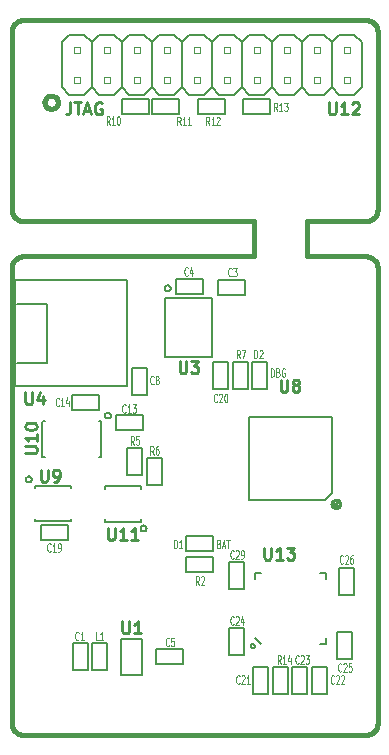
<source format=gto>
G04 (created by PCBNEW-RS274X (2011-05-25)-stable) date Thu 04 Jul 2013 09:49:36 BST*
G01*
G70*
G90*
%MOIN*%
G04 Gerber Fmt 3.4, Leading zero omitted, Abs format*
%FSLAX34Y34*%
G04 APERTURE LIST*
%ADD10C,0.006000*%
%ADD11C,0.015000*%
%ADD12C,0.005000*%
%ADD13C,0.008000*%
%ADD14C,0.002600*%
%ADD15C,0.010000*%
%ADD16C,0.004500*%
G04 APERTURE END LIST*
G54D10*
G54D11*
X53509Y-27933D02*
X53504Y-27976D01*
X53492Y-28017D01*
X53471Y-28055D01*
X53444Y-28089D01*
X53411Y-28117D01*
X53373Y-28137D01*
X53331Y-28150D01*
X53288Y-28154D01*
X53246Y-28151D01*
X53204Y-28138D01*
X53166Y-28118D01*
X53132Y-28091D01*
X53104Y-28058D01*
X53083Y-28020D01*
X53070Y-27979D01*
X53066Y-27936D01*
X53069Y-27893D01*
X53081Y-27852D01*
X53101Y-27813D01*
X53128Y-27779D01*
X53161Y-27751D01*
X53199Y-27730D01*
X53240Y-27717D01*
X53283Y-27712D01*
X53325Y-27715D01*
X53367Y-27727D01*
X53405Y-27746D01*
X53440Y-27773D01*
X53468Y-27806D01*
X53489Y-27843D01*
X53503Y-27884D01*
X53508Y-27927D01*
X53509Y-27933D01*
X51968Y-48425D02*
X51968Y-48622D01*
X64173Y-48425D02*
X64173Y-48622D01*
X61810Y-31890D02*
X61810Y-33071D01*
X60039Y-31890D02*
X60039Y-33071D01*
X52362Y-25197D02*
X52328Y-25199D01*
X52294Y-25203D01*
X52261Y-25211D01*
X52228Y-25221D01*
X52196Y-25234D01*
X52166Y-25250D01*
X52137Y-25269D01*
X52109Y-25290D01*
X52084Y-25313D01*
X52061Y-25338D01*
X52040Y-25366D01*
X52021Y-25395D01*
X52005Y-25425D01*
X51992Y-25457D01*
X51982Y-25490D01*
X51974Y-25523D01*
X51970Y-25557D01*
X51968Y-25591D01*
X64173Y-25591D02*
X64171Y-25557D01*
X64167Y-25523D01*
X64159Y-25490D01*
X64149Y-25457D01*
X64136Y-25425D01*
X64120Y-25395D01*
X64101Y-25366D01*
X64080Y-25338D01*
X64057Y-25313D01*
X64032Y-25290D01*
X64004Y-25269D01*
X63976Y-25250D01*
X63945Y-25234D01*
X63913Y-25221D01*
X63880Y-25211D01*
X63847Y-25203D01*
X63813Y-25199D01*
X63779Y-25197D01*
X63779Y-31890D02*
X63813Y-31888D01*
X63847Y-31884D01*
X63880Y-31876D01*
X63913Y-31866D01*
X63945Y-31853D01*
X63976Y-31837D01*
X64004Y-31818D01*
X64032Y-31797D01*
X64057Y-31774D01*
X64080Y-31749D01*
X64101Y-31721D01*
X64120Y-31692D01*
X64136Y-31662D01*
X64149Y-31630D01*
X64159Y-31597D01*
X64167Y-31564D01*
X64171Y-31530D01*
X64173Y-31496D01*
X51968Y-31496D02*
X51970Y-31530D01*
X51974Y-31564D01*
X51982Y-31597D01*
X51992Y-31630D01*
X52005Y-31662D01*
X52021Y-31692D01*
X52040Y-31721D01*
X52061Y-31749D01*
X52084Y-31774D01*
X52109Y-31797D01*
X52137Y-31818D01*
X52166Y-31837D01*
X52196Y-31853D01*
X52228Y-31866D01*
X52261Y-31876D01*
X52294Y-31884D01*
X52328Y-31888D01*
X52362Y-31890D01*
X52362Y-33071D02*
X52328Y-33073D01*
X52294Y-33077D01*
X52261Y-33085D01*
X52228Y-33095D01*
X52196Y-33108D01*
X52166Y-33124D01*
X52137Y-33143D01*
X52109Y-33164D01*
X52084Y-33187D01*
X52061Y-33212D01*
X52040Y-33240D01*
X52021Y-33269D01*
X52005Y-33299D01*
X51992Y-33331D01*
X51982Y-33364D01*
X51974Y-33397D01*
X51970Y-33431D01*
X51968Y-33465D01*
X64173Y-33465D02*
X64171Y-33431D01*
X64167Y-33397D01*
X64159Y-33364D01*
X64149Y-33331D01*
X64136Y-33299D01*
X64120Y-33269D01*
X64101Y-33240D01*
X64080Y-33212D01*
X64057Y-33187D01*
X64032Y-33164D01*
X64004Y-33143D01*
X63976Y-33124D01*
X63945Y-33108D01*
X63913Y-33095D01*
X63880Y-33085D01*
X63847Y-33077D01*
X63813Y-33073D01*
X63779Y-33071D01*
X63779Y-49016D02*
X63813Y-49014D01*
X63847Y-49010D01*
X63880Y-49002D01*
X63913Y-48992D01*
X63945Y-48979D01*
X63976Y-48963D01*
X64004Y-48944D01*
X64032Y-48923D01*
X64057Y-48900D01*
X64080Y-48875D01*
X64101Y-48847D01*
X64120Y-48818D01*
X64136Y-48788D01*
X64149Y-48756D01*
X64159Y-48723D01*
X64167Y-48690D01*
X64171Y-48656D01*
X64173Y-48622D01*
X51968Y-48622D02*
X51970Y-48656D01*
X51974Y-48690D01*
X51982Y-48723D01*
X51992Y-48756D01*
X52005Y-48788D01*
X52021Y-48818D01*
X52040Y-48847D01*
X52061Y-48875D01*
X52084Y-48900D01*
X52109Y-48923D01*
X52137Y-48944D01*
X52166Y-48963D01*
X52196Y-48979D01*
X52228Y-48992D01*
X52261Y-49002D01*
X52294Y-49010D01*
X52328Y-49014D01*
X52362Y-49016D01*
X64173Y-31496D02*
X64173Y-25591D01*
X52362Y-25197D02*
X63779Y-25197D01*
X51968Y-31496D02*
X51968Y-25591D01*
X61810Y-31890D02*
X63779Y-31890D01*
X60039Y-31890D02*
X52362Y-31890D01*
X61810Y-33071D02*
X63779Y-33071D01*
X52362Y-33071D02*
X60039Y-33071D01*
X51968Y-48425D02*
X51968Y-33465D01*
X64173Y-48425D02*
X64173Y-33465D01*
X52362Y-49016D02*
X63779Y-49016D01*
G54D12*
X55614Y-45817D02*
X56314Y-45817D01*
X56314Y-45817D02*
X56314Y-47017D01*
X56314Y-47017D02*
X55614Y-47017D01*
X55614Y-47017D02*
X55614Y-45817D01*
X59336Y-37497D02*
X59336Y-36597D01*
X59336Y-36597D02*
X59836Y-36597D01*
X59836Y-36597D02*
X59836Y-37497D01*
X59836Y-37497D02*
X59336Y-37497D01*
X59986Y-37497D02*
X59986Y-36597D01*
X59986Y-36597D02*
X60486Y-36597D01*
X60486Y-36597D02*
X60486Y-37497D01*
X60486Y-37497D02*
X59986Y-37497D01*
X54651Y-46867D02*
X54651Y-45967D01*
X54651Y-45967D02*
X55151Y-45967D01*
X55151Y-45967D02*
X55151Y-46867D01*
X55151Y-46867D02*
X54651Y-46867D01*
X58698Y-43596D02*
X57798Y-43596D01*
X57798Y-43596D02*
X57798Y-43096D01*
X57798Y-43096D02*
X58698Y-43096D01*
X58698Y-43096D02*
X58698Y-43596D01*
X56312Y-39452D02*
X56312Y-40352D01*
X56312Y-40352D02*
X55812Y-40352D01*
X55812Y-40352D02*
X55812Y-39452D01*
X55812Y-39452D02*
X56312Y-39452D01*
X56982Y-39786D02*
X56982Y-40686D01*
X56982Y-40686D02*
X56482Y-40686D01*
X56482Y-40686D02*
X56482Y-39786D01*
X56482Y-39786D02*
X56982Y-39786D01*
X54501Y-45967D02*
X54501Y-46867D01*
X54501Y-46867D02*
X54001Y-46867D01*
X54001Y-46867D02*
X54001Y-45967D01*
X54001Y-45967D02*
X54501Y-45967D01*
X56539Y-28324D02*
X55639Y-28324D01*
X55639Y-28324D02*
X55639Y-27824D01*
X55639Y-27824D02*
X56539Y-27824D01*
X56539Y-27824D02*
X56539Y-28324D01*
X57539Y-28324D02*
X56639Y-28324D01*
X56639Y-28324D02*
X56639Y-27824D01*
X56639Y-27824D02*
X57539Y-27824D01*
X57539Y-27824D02*
X57539Y-28324D01*
X58189Y-27824D02*
X59089Y-27824D01*
X59089Y-27824D02*
X59089Y-28324D01*
X59089Y-28324D02*
X58189Y-28324D01*
X58189Y-28324D02*
X58189Y-27824D01*
X60589Y-28324D02*
X59689Y-28324D01*
X59689Y-28324D02*
X59689Y-27824D01*
X59689Y-27824D02*
X60589Y-27824D01*
X60589Y-27824D02*
X60589Y-28324D01*
X60679Y-47650D02*
X60679Y-46750D01*
X60679Y-46750D02*
X61179Y-46750D01*
X61179Y-46750D02*
X61179Y-47650D01*
X61179Y-47650D02*
X60679Y-47650D01*
X57798Y-42407D02*
X58698Y-42407D01*
X58698Y-42407D02*
X58698Y-42907D01*
X58698Y-42907D02*
X57798Y-42907D01*
X57798Y-42907D02*
X57798Y-42407D01*
X58860Y-33844D02*
X59760Y-33844D01*
X59760Y-33844D02*
X59760Y-34344D01*
X59760Y-34344D02*
X58860Y-34344D01*
X58860Y-34344D02*
X58860Y-33844D01*
X58343Y-34325D02*
X57443Y-34325D01*
X57443Y-34325D02*
X57443Y-33825D01*
X57443Y-33825D02*
X58343Y-33825D01*
X58343Y-33825D02*
X58343Y-34325D01*
X57694Y-46667D02*
X56794Y-46667D01*
X56794Y-46667D02*
X56794Y-46167D01*
X56794Y-46167D02*
X57694Y-46167D01*
X57694Y-46167D02*
X57694Y-46667D01*
X56470Y-36774D02*
X56470Y-37674D01*
X56470Y-37674D02*
X55970Y-37674D01*
X55970Y-37674D02*
X55970Y-36774D01*
X55970Y-36774D02*
X56470Y-36774D01*
X53835Y-42533D02*
X52935Y-42533D01*
X52935Y-42533D02*
X52935Y-42033D01*
X52935Y-42033D02*
X53835Y-42033D01*
X53835Y-42033D02*
X53835Y-42533D01*
X58686Y-37497D02*
X58686Y-36597D01*
X58686Y-36597D02*
X59186Y-36597D01*
X59186Y-36597D02*
X59186Y-37497D01*
X59186Y-37497D02*
X58686Y-37497D01*
X60029Y-47650D02*
X60029Y-46750D01*
X60029Y-46750D02*
X60529Y-46750D01*
X60529Y-46750D02*
X60529Y-47650D01*
X60529Y-47650D02*
X60029Y-47650D01*
X62479Y-46750D02*
X62479Y-47650D01*
X62479Y-47650D02*
X61979Y-47650D01*
X61979Y-47650D02*
X61979Y-46750D01*
X61979Y-46750D02*
X62479Y-46750D01*
X61329Y-47650D02*
X61329Y-46750D01*
X61329Y-46750D02*
X61829Y-46750D01*
X61829Y-46750D02*
X61829Y-47650D01*
X61829Y-47650D02*
X61329Y-47650D01*
X59729Y-45450D02*
X59729Y-46350D01*
X59729Y-46350D02*
X59229Y-46350D01*
X59229Y-46350D02*
X59229Y-45450D01*
X59229Y-45450D02*
X59729Y-45450D01*
X63329Y-45600D02*
X63329Y-46500D01*
X63329Y-46500D02*
X62829Y-46500D01*
X62829Y-46500D02*
X62829Y-45600D01*
X62829Y-45600D02*
X63329Y-45600D01*
X62879Y-44350D02*
X62879Y-43450D01*
X62879Y-43450D02*
X63379Y-43450D01*
X63379Y-43450D02*
X63379Y-44350D01*
X63379Y-44350D02*
X62879Y-44350D01*
X59229Y-44150D02*
X59229Y-43250D01*
X59229Y-43250D02*
X59729Y-43250D01*
X59729Y-43250D02*
X59729Y-44150D01*
X59729Y-44150D02*
X59229Y-44150D01*
G54D13*
X62956Y-41338D02*
X62952Y-41369D01*
X62943Y-41399D01*
X62928Y-41427D01*
X62908Y-41452D01*
X62884Y-41472D01*
X62856Y-41487D01*
X62826Y-41496D01*
X62795Y-41499D01*
X62764Y-41497D01*
X62734Y-41488D01*
X62706Y-41473D01*
X62681Y-41453D01*
X62661Y-41429D01*
X62646Y-41401D01*
X62636Y-41371D01*
X62633Y-41340D01*
X62635Y-41309D01*
X62644Y-41279D01*
X62658Y-41251D01*
X62678Y-41226D01*
X62702Y-41205D01*
X62730Y-41190D01*
X62760Y-41180D01*
X62791Y-41177D01*
X62822Y-41179D01*
X62852Y-41187D01*
X62880Y-41202D01*
X62905Y-41221D01*
X62926Y-41245D01*
X62941Y-41273D01*
X62951Y-41303D01*
X62955Y-41334D01*
X62956Y-41338D01*
X62833Y-41338D02*
X62832Y-41345D01*
X62830Y-41352D01*
X62826Y-41359D01*
X62821Y-41365D01*
X62815Y-41370D01*
X62809Y-41373D01*
X62801Y-41376D01*
X62794Y-41376D01*
X62787Y-41376D01*
X62780Y-41374D01*
X62773Y-41370D01*
X62767Y-41365D01*
X62762Y-41360D01*
X62759Y-41353D01*
X62756Y-41346D01*
X62756Y-41338D01*
X62756Y-41331D01*
X62758Y-41324D01*
X62762Y-41317D01*
X62766Y-41311D01*
X62772Y-41306D01*
X62779Y-41303D01*
X62786Y-41300D01*
X62794Y-41300D01*
X62800Y-41300D01*
X62808Y-41302D01*
X62814Y-41306D01*
X62820Y-41310D01*
X62825Y-41316D01*
X62829Y-41323D01*
X62832Y-41330D01*
X62832Y-41337D01*
X62833Y-41338D01*
X62905Y-41338D02*
X62902Y-41359D01*
X62896Y-41380D01*
X62886Y-41399D01*
X62872Y-41416D01*
X62856Y-41430D01*
X62837Y-41440D01*
X62816Y-41446D01*
X62794Y-41448D01*
X62774Y-41447D01*
X62753Y-41440D01*
X62734Y-41430D01*
X62717Y-41417D01*
X62703Y-41400D01*
X62692Y-41381D01*
X62686Y-41361D01*
X62684Y-41339D01*
X62685Y-41318D01*
X62691Y-41298D01*
X62701Y-41278D01*
X62715Y-41261D01*
X62731Y-41247D01*
X62750Y-41237D01*
X62771Y-41230D01*
X62792Y-41228D01*
X62813Y-41229D01*
X62834Y-41235D01*
X62853Y-41245D01*
X62870Y-41258D01*
X62884Y-41275D01*
X62895Y-41293D01*
X62902Y-41314D01*
X62904Y-41335D01*
X62905Y-41338D01*
X62401Y-41181D02*
X59881Y-41181D01*
X59881Y-41181D02*
X59881Y-38425D01*
X59881Y-38425D02*
X62637Y-38425D01*
X62637Y-38425D02*
X62637Y-40945D01*
X62401Y-41181D02*
X62637Y-40945D01*
X60079Y-46053D02*
X60077Y-46066D01*
X60073Y-46079D01*
X60067Y-46091D01*
X60058Y-46102D01*
X60048Y-46111D01*
X60036Y-46117D01*
X60023Y-46121D01*
X60009Y-46122D01*
X59996Y-46121D01*
X59983Y-46117D01*
X59971Y-46111D01*
X59961Y-46103D01*
X59952Y-46092D01*
X59945Y-46080D01*
X59941Y-46067D01*
X59940Y-46053D01*
X59941Y-46041D01*
X59944Y-46028D01*
X59951Y-46016D01*
X59959Y-46005D01*
X59970Y-45996D01*
X59981Y-45989D01*
X59994Y-45985D01*
X60008Y-45984D01*
X60021Y-45985D01*
X60034Y-45988D01*
X60046Y-45994D01*
X60057Y-46003D01*
X60066Y-46013D01*
X60072Y-46025D01*
X60077Y-46038D01*
X60078Y-46052D01*
X60079Y-46053D01*
X60275Y-45984D02*
X60078Y-45787D01*
X62440Y-45787D02*
X62440Y-45984D01*
X62440Y-45984D02*
X62243Y-45984D01*
X62440Y-43819D02*
X62440Y-43622D01*
X62440Y-43622D02*
X62243Y-43622D01*
X60275Y-43622D02*
X60078Y-43622D01*
X60078Y-43622D02*
X60078Y-43819D01*
G54D12*
X57273Y-34133D02*
X57271Y-34152D01*
X57265Y-34171D01*
X57256Y-34188D01*
X57243Y-34203D01*
X57228Y-34215D01*
X57211Y-34225D01*
X57193Y-34230D01*
X57173Y-34232D01*
X57155Y-34231D01*
X57136Y-34225D01*
X57119Y-34216D01*
X57104Y-34204D01*
X57091Y-34189D01*
X57082Y-34172D01*
X57076Y-34153D01*
X57074Y-34134D01*
X57075Y-34115D01*
X57081Y-34097D01*
X57089Y-34079D01*
X57102Y-34064D01*
X57116Y-34051D01*
X57133Y-34042D01*
X57152Y-34036D01*
X57171Y-34034D01*
X57190Y-34035D01*
X57209Y-34040D01*
X57226Y-34049D01*
X57241Y-34061D01*
X57254Y-34076D01*
X57264Y-34093D01*
X57270Y-34111D01*
X57272Y-34131D01*
X57273Y-34133D01*
G54D10*
X58660Y-36417D02*
X58660Y-34449D01*
X58660Y-34449D02*
X57086Y-34449D01*
X57086Y-34449D02*
X57086Y-36417D01*
X57086Y-36417D02*
X58660Y-36417D01*
G54D12*
X52165Y-36614D02*
X53149Y-36614D01*
X53149Y-36614D02*
X53149Y-34646D01*
X53149Y-34646D02*
X52165Y-34646D01*
X52085Y-33858D02*
X55826Y-33858D01*
X55826Y-33858D02*
X55826Y-37402D01*
X55826Y-37402D02*
X52085Y-37402D01*
X52085Y-37402D02*
X52085Y-33858D01*
X52646Y-40499D02*
X52644Y-40518D01*
X52638Y-40537D01*
X52629Y-40554D01*
X52616Y-40569D01*
X52601Y-40581D01*
X52584Y-40591D01*
X52566Y-40596D01*
X52546Y-40598D01*
X52528Y-40597D01*
X52509Y-40591D01*
X52492Y-40582D01*
X52477Y-40570D01*
X52464Y-40555D01*
X52455Y-40538D01*
X52449Y-40519D01*
X52447Y-40500D01*
X52448Y-40481D01*
X52454Y-40463D01*
X52462Y-40445D01*
X52475Y-40430D01*
X52489Y-40417D01*
X52506Y-40408D01*
X52525Y-40402D01*
X52544Y-40400D01*
X52563Y-40401D01*
X52582Y-40406D01*
X52599Y-40415D01*
X52614Y-40427D01*
X52627Y-40442D01*
X52637Y-40459D01*
X52643Y-40477D01*
X52645Y-40497D01*
X52646Y-40499D01*
X52746Y-40724D02*
X52746Y-40774D01*
X53946Y-40724D02*
X53946Y-40774D01*
X52746Y-41874D02*
X52746Y-41824D01*
X53946Y-41874D02*
X53946Y-41824D01*
X53936Y-40709D02*
X52756Y-40709D01*
X52756Y-41889D02*
X53936Y-41889D01*
X56269Y-41939D02*
X55069Y-41939D01*
X56269Y-40739D02*
X55069Y-40739D01*
X55069Y-40739D02*
X55069Y-40839D01*
X56269Y-40739D02*
X56269Y-40839D01*
X56269Y-41939D02*
X56269Y-41839D01*
X55069Y-41939D02*
X55069Y-41839D01*
X56469Y-42139D02*
X56467Y-42158D01*
X56461Y-42177D01*
X56452Y-42194D01*
X56439Y-42209D01*
X56424Y-42221D01*
X56407Y-42231D01*
X56389Y-42236D01*
X56369Y-42238D01*
X56351Y-42237D01*
X56332Y-42231D01*
X56315Y-42222D01*
X56300Y-42210D01*
X56287Y-42195D01*
X56278Y-42178D01*
X56272Y-42159D01*
X56270Y-42140D01*
X56271Y-42121D01*
X56277Y-42103D01*
X56285Y-42085D01*
X56298Y-42070D01*
X56312Y-42057D01*
X56329Y-42048D01*
X56348Y-42042D01*
X56367Y-42040D01*
X56386Y-42041D01*
X56405Y-42046D01*
X56422Y-42055D01*
X56437Y-42067D01*
X56450Y-42082D01*
X56460Y-42099D01*
X56466Y-42117D01*
X56468Y-42137D01*
X56469Y-42139D01*
G54D14*
X54039Y-27274D02*
X54239Y-27274D01*
X54239Y-27274D02*
X54239Y-27074D01*
X54039Y-27074D02*
X54239Y-27074D01*
X54039Y-27274D02*
X54039Y-27074D01*
X54039Y-26274D02*
X54239Y-26274D01*
X54239Y-26274D02*
X54239Y-26074D01*
X54039Y-26074D02*
X54239Y-26074D01*
X54039Y-26274D02*
X54039Y-26074D01*
X55039Y-26274D02*
X55239Y-26274D01*
X55239Y-26274D02*
X55239Y-26074D01*
X55039Y-26074D02*
X55239Y-26074D01*
X55039Y-26274D02*
X55039Y-26074D01*
X55039Y-27274D02*
X55239Y-27274D01*
X55239Y-27274D02*
X55239Y-27074D01*
X55039Y-27074D02*
X55239Y-27074D01*
X55039Y-27274D02*
X55039Y-27074D01*
X56039Y-26274D02*
X56239Y-26274D01*
X56239Y-26274D02*
X56239Y-26074D01*
X56039Y-26074D02*
X56239Y-26074D01*
X56039Y-26274D02*
X56039Y-26074D01*
X56039Y-27274D02*
X56239Y-27274D01*
X56239Y-27274D02*
X56239Y-27074D01*
X56039Y-27074D02*
X56239Y-27074D01*
X56039Y-27274D02*
X56039Y-27074D01*
X57039Y-26274D02*
X57239Y-26274D01*
X57239Y-26274D02*
X57239Y-26074D01*
X57039Y-26074D02*
X57239Y-26074D01*
X57039Y-26274D02*
X57039Y-26074D01*
X58039Y-26274D02*
X58239Y-26274D01*
X58239Y-26274D02*
X58239Y-26074D01*
X58039Y-26074D02*
X58239Y-26074D01*
X58039Y-26274D02*
X58039Y-26074D01*
X59039Y-26274D02*
X59239Y-26274D01*
X59239Y-26274D02*
X59239Y-26074D01*
X59039Y-26074D02*
X59239Y-26074D01*
X59039Y-26274D02*
X59039Y-26074D01*
X57039Y-27274D02*
X57239Y-27274D01*
X57239Y-27274D02*
X57239Y-27074D01*
X57039Y-27074D02*
X57239Y-27074D01*
X57039Y-27274D02*
X57039Y-27074D01*
X58039Y-27274D02*
X58239Y-27274D01*
X58239Y-27274D02*
X58239Y-27074D01*
X58039Y-27074D02*
X58239Y-27074D01*
X58039Y-27274D02*
X58039Y-27074D01*
X59039Y-27274D02*
X59239Y-27274D01*
X59239Y-27274D02*
X59239Y-27074D01*
X59039Y-27074D02*
X59239Y-27074D01*
X59039Y-27274D02*
X59039Y-27074D01*
X60039Y-26274D02*
X60239Y-26274D01*
X60239Y-26274D02*
X60239Y-26074D01*
X60039Y-26074D02*
X60239Y-26074D01*
X60039Y-26274D02*
X60039Y-26074D01*
X60039Y-27274D02*
X60239Y-27274D01*
X60239Y-27274D02*
X60239Y-27074D01*
X60039Y-27074D02*
X60239Y-27074D01*
X60039Y-27274D02*
X60039Y-27074D01*
X61039Y-26274D02*
X61239Y-26274D01*
X61239Y-26274D02*
X61239Y-26074D01*
X61039Y-26074D02*
X61239Y-26074D01*
X61039Y-26274D02*
X61039Y-26074D01*
X61039Y-27274D02*
X61239Y-27274D01*
X61239Y-27274D02*
X61239Y-27074D01*
X61039Y-27074D02*
X61239Y-27074D01*
X61039Y-27274D02*
X61039Y-27074D01*
X62039Y-26274D02*
X62239Y-26274D01*
X62239Y-26274D02*
X62239Y-26074D01*
X62039Y-26074D02*
X62239Y-26074D01*
X62039Y-26274D02*
X62039Y-26074D01*
X62039Y-27274D02*
X62239Y-27274D01*
X62239Y-27274D02*
X62239Y-27074D01*
X62039Y-27074D02*
X62239Y-27074D01*
X62039Y-27274D02*
X62039Y-27074D01*
X63039Y-26274D02*
X63239Y-26274D01*
X63239Y-26274D02*
X63239Y-26074D01*
X63039Y-26074D02*
X63239Y-26074D01*
X63039Y-26274D02*
X63039Y-26074D01*
X63039Y-27274D02*
X63239Y-27274D01*
X63239Y-27274D02*
X63239Y-27074D01*
X63039Y-27074D02*
X63239Y-27074D01*
X63039Y-27274D02*
X63039Y-27074D01*
G54D10*
X53639Y-27424D02*
X53889Y-27674D01*
X54389Y-27674D02*
X54639Y-27424D01*
X54639Y-27424D02*
X54889Y-27674D01*
X55389Y-27674D02*
X55639Y-27424D01*
X55639Y-27424D02*
X55889Y-27674D01*
X56389Y-27674D02*
X56639Y-27424D01*
X56639Y-27424D02*
X56889Y-27674D01*
X57389Y-27674D02*
X57639Y-27424D01*
X57639Y-27424D02*
X57889Y-27674D01*
X58389Y-27674D02*
X58639Y-27424D01*
X58639Y-27424D02*
X58889Y-27674D01*
X59389Y-27674D02*
X59639Y-27424D01*
X53639Y-27424D02*
X53639Y-25924D01*
X53639Y-25924D02*
X53889Y-25674D01*
X53889Y-25674D02*
X54389Y-25674D01*
X54389Y-25674D02*
X54639Y-25924D01*
X54639Y-25924D02*
X54889Y-25674D01*
X54889Y-25674D02*
X55389Y-25674D01*
X55389Y-25674D02*
X55639Y-25924D01*
X55639Y-25924D02*
X55889Y-25674D01*
X55889Y-25674D02*
X56389Y-25674D01*
X56389Y-25674D02*
X56639Y-25924D01*
X56639Y-25924D02*
X56889Y-25674D01*
X56889Y-25674D02*
X57389Y-25674D01*
X57389Y-25674D02*
X57639Y-25924D01*
X57639Y-25924D02*
X57889Y-25674D01*
X57889Y-25674D02*
X58389Y-25674D01*
X58389Y-25674D02*
X58639Y-25924D01*
X58639Y-25924D02*
X58889Y-25674D01*
X58889Y-25674D02*
X59389Y-25674D01*
X59389Y-25674D02*
X59639Y-25924D01*
X59639Y-25924D02*
X59889Y-25674D01*
X59889Y-25674D02*
X60389Y-25674D01*
X60389Y-25674D02*
X60639Y-25924D01*
X60639Y-25924D02*
X60889Y-25674D01*
X60889Y-25674D02*
X61389Y-25674D01*
X61389Y-25674D02*
X61639Y-25924D01*
X61639Y-25924D02*
X61889Y-25674D01*
X61889Y-25674D02*
X62389Y-25674D01*
X62389Y-25674D02*
X62639Y-25924D01*
X62639Y-27424D02*
X62389Y-27674D01*
X61639Y-27424D02*
X61889Y-27674D01*
X61639Y-27424D02*
X61389Y-27674D01*
X60639Y-27424D02*
X60889Y-27674D01*
X60639Y-27424D02*
X60389Y-27674D01*
X59639Y-27424D02*
X59889Y-27674D01*
X54639Y-25924D02*
X54639Y-27424D01*
X55639Y-25924D02*
X55639Y-27424D01*
X56639Y-25924D02*
X56639Y-27424D01*
X57639Y-25924D02*
X57639Y-27424D01*
X58639Y-25924D02*
X58639Y-27424D01*
X59639Y-25924D02*
X59639Y-27424D01*
X60639Y-25924D02*
X60639Y-27424D01*
X61639Y-25924D02*
X61639Y-27424D01*
X62639Y-25924D02*
X62639Y-27424D01*
X61889Y-27674D02*
X62389Y-27674D01*
X60889Y-27674D02*
X61389Y-27674D01*
X59889Y-27674D02*
X60389Y-27674D01*
X58889Y-27674D02*
X59389Y-27674D01*
X57889Y-27674D02*
X58389Y-27674D01*
X56889Y-27674D02*
X57389Y-27674D01*
X55889Y-27674D02*
X56389Y-27674D01*
X54889Y-27674D02*
X55389Y-27674D01*
X53889Y-27674D02*
X54389Y-27674D01*
X62639Y-25924D02*
X62889Y-25674D01*
X62889Y-25674D02*
X63389Y-25674D01*
X63389Y-25674D02*
X63639Y-25924D01*
X63639Y-27424D02*
X63389Y-27674D01*
X62639Y-27424D02*
X62889Y-27674D01*
X63639Y-25924D02*
X63639Y-27424D01*
X62889Y-27674D02*
X63389Y-27674D01*
G54D12*
X56335Y-38872D02*
X55435Y-38872D01*
X55435Y-38872D02*
X55435Y-38372D01*
X55435Y-38372D02*
X56335Y-38372D01*
X56335Y-38372D02*
X56335Y-38872D01*
X54898Y-38203D02*
X53998Y-38203D01*
X53998Y-38203D02*
X53998Y-37703D01*
X53998Y-37703D02*
X54898Y-37703D01*
X54898Y-37703D02*
X54898Y-38203D01*
X55276Y-38373D02*
X55274Y-38392D01*
X55268Y-38411D01*
X55259Y-38428D01*
X55246Y-38443D01*
X55231Y-38455D01*
X55214Y-38465D01*
X55196Y-38470D01*
X55176Y-38472D01*
X55158Y-38471D01*
X55139Y-38465D01*
X55122Y-38456D01*
X55107Y-38444D01*
X55094Y-38429D01*
X55085Y-38412D01*
X55079Y-38393D01*
X55077Y-38374D01*
X55078Y-38355D01*
X55084Y-38337D01*
X55092Y-38319D01*
X55105Y-38304D01*
X55119Y-38291D01*
X55136Y-38282D01*
X55155Y-38276D01*
X55174Y-38274D01*
X55193Y-38275D01*
X55212Y-38280D01*
X55229Y-38289D01*
X55244Y-38301D01*
X55257Y-38316D01*
X55267Y-38333D01*
X55273Y-38351D01*
X55275Y-38371D01*
X55276Y-38373D01*
X53001Y-38573D02*
X53076Y-38573D01*
X53001Y-39773D02*
X53076Y-39773D01*
X54951Y-38573D02*
X54876Y-38573D01*
X54951Y-39773D02*
X54876Y-39773D01*
X52992Y-38583D02*
X52992Y-39763D01*
X54960Y-39763D02*
X54960Y-38583D01*
G54D15*
X55659Y-45234D02*
X55659Y-45558D01*
X55678Y-45596D01*
X55697Y-45615D01*
X55735Y-45634D01*
X55812Y-45634D01*
X55850Y-45615D01*
X55869Y-45596D01*
X55888Y-45558D01*
X55888Y-45234D01*
X56288Y-45634D02*
X56059Y-45634D01*
X56173Y-45634D02*
X56173Y-45234D01*
X56135Y-45291D01*
X56097Y-45329D01*
X56059Y-45348D01*
G54D16*
X59577Y-36471D02*
X59517Y-36338D01*
X59474Y-36471D02*
X59474Y-36191D01*
X59542Y-36191D01*
X59560Y-36205D01*
X59568Y-36218D01*
X59577Y-36245D01*
X59577Y-36285D01*
X59568Y-36311D01*
X59560Y-36325D01*
X59542Y-36338D01*
X59474Y-36338D01*
X59637Y-36191D02*
X59757Y-36191D01*
X59680Y-36471D01*
X60064Y-36471D02*
X60064Y-36191D01*
X60107Y-36191D01*
X60132Y-36205D01*
X60150Y-36231D01*
X60158Y-36258D01*
X60167Y-36311D01*
X60167Y-36351D01*
X60158Y-36405D01*
X60150Y-36431D01*
X60132Y-36458D01*
X60107Y-36471D01*
X60064Y-36471D01*
X60235Y-36218D02*
X60244Y-36205D01*
X60261Y-36191D01*
X60304Y-36191D01*
X60321Y-36205D01*
X60330Y-36218D01*
X60338Y-36245D01*
X60338Y-36271D01*
X60330Y-36311D01*
X60227Y-36471D01*
X60338Y-36471D01*
X60619Y-37082D02*
X60619Y-36802D01*
X60662Y-36802D01*
X60687Y-36816D01*
X60705Y-36842D01*
X60713Y-36869D01*
X60722Y-36922D01*
X60722Y-36962D01*
X60713Y-37016D01*
X60705Y-37042D01*
X60687Y-37069D01*
X60662Y-37082D01*
X60619Y-37082D01*
X60859Y-36936D02*
X60885Y-36949D01*
X60893Y-36962D01*
X60902Y-36989D01*
X60902Y-37029D01*
X60893Y-37056D01*
X60885Y-37069D01*
X60867Y-37082D01*
X60799Y-37082D01*
X60799Y-36802D01*
X60859Y-36802D01*
X60876Y-36816D01*
X60885Y-36829D01*
X60893Y-36856D01*
X60893Y-36882D01*
X60885Y-36909D01*
X60876Y-36922D01*
X60859Y-36936D01*
X60799Y-36936D01*
X61073Y-36816D02*
X61056Y-36802D01*
X61030Y-36802D01*
X61005Y-36816D01*
X60987Y-36842D01*
X60979Y-36869D01*
X60970Y-36922D01*
X60970Y-36962D01*
X60979Y-37016D01*
X60987Y-37042D01*
X61005Y-37069D01*
X61030Y-37082D01*
X61047Y-37082D01*
X61073Y-37069D01*
X61082Y-37056D01*
X61082Y-36962D01*
X61047Y-36962D01*
X54872Y-45861D02*
X54786Y-45861D01*
X54786Y-45581D01*
X55026Y-45861D02*
X54923Y-45861D01*
X54975Y-45861D02*
X54975Y-45581D01*
X54958Y-45621D01*
X54940Y-45648D01*
X54923Y-45661D01*
X58219Y-44011D02*
X58159Y-43878D01*
X58116Y-44011D02*
X58116Y-43731D01*
X58184Y-43731D01*
X58202Y-43745D01*
X58210Y-43758D01*
X58219Y-43785D01*
X58219Y-43825D01*
X58210Y-43851D01*
X58202Y-43865D01*
X58184Y-43878D01*
X58116Y-43878D01*
X58287Y-43758D02*
X58296Y-43745D01*
X58313Y-43731D01*
X58356Y-43731D01*
X58373Y-43745D01*
X58382Y-43758D01*
X58390Y-43785D01*
X58390Y-43811D01*
X58382Y-43851D01*
X58279Y-44011D01*
X58390Y-44011D01*
X56053Y-39345D02*
X55993Y-39212D01*
X55950Y-39345D02*
X55950Y-39065D01*
X56018Y-39065D01*
X56036Y-39079D01*
X56044Y-39092D01*
X56053Y-39119D01*
X56053Y-39159D01*
X56044Y-39185D01*
X56036Y-39199D01*
X56018Y-39212D01*
X55950Y-39212D01*
X56216Y-39065D02*
X56130Y-39065D01*
X56121Y-39199D01*
X56130Y-39185D01*
X56147Y-39172D01*
X56190Y-39172D01*
X56207Y-39185D01*
X56216Y-39199D01*
X56224Y-39225D01*
X56224Y-39292D01*
X56216Y-39319D01*
X56207Y-39332D01*
X56190Y-39345D01*
X56147Y-39345D01*
X56130Y-39332D01*
X56121Y-39319D01*
X56703Y-39680D02*
X56643Y-39547D01*
X56600Y-39680D02*
X56600Y-39400D01*
X56668Y-39400D01*
X56686Y-39414D01*
X56694Y-39427D01*
X56703Y-39454D01*
X56703Y-39494D01*
X56694Y-39520D01*
X56686Y-39534D01*
X56668Y-39547D01*
X56600Y-39547D01*
X56857Y-39400D02*
X56823Y-39400D01*
X56806Y-39414D01*
X56797Y-39427D01*
X56780Y-39467D01*
X56771Y-39520D01*
X56771Y-39627D01*
X56780Y-39654D01*
X56788Y-39667D01*
X56806Y-39680D01*
X56840Y-39680D01*
X56857Y-39667D01*
X56866Y-39654D01*
X56874Y-39627D01*
X56874Y-39560D01*
X56866Y-39534D01*
X56857Y-39520D01*
X56840Y-39507D01*
X56806Y-39507D01*
X56788Y-39520D01*
X56780Y-39534D01*
X56771Y-39560D01*
X54203Y-45835D02*
X54194Y-45848D01*
X54168Y-45861D01*
X54151Y-45861D01*
X54126Y-45848D01*
X54108Y-45821D01*
X54100Y-45795D01*
X54091Y-45741D01*
X54091Y-45701D01*
X54100Y-45648D01*
X54108Y-45621D01*
X54126Y-45595D01*
X54151Y-45581D01*
X54168Y-45581D01*
X54194Y-45595D01*
X54203Y-45608D01*
X54374Y-45861D02*
X54271Y-45861D01*
X54323Y-45861D02*
X54323Y-45581D01*
X54306Y-45621D01*
X54288Y-45648D01*
X54271Y-45661D01*
X55239Y-28676D02*
X55179Y-28543D01*
X55136Y-28676D02*
X55136Y-28396D01*
X55204Y-28396D01*
X55222Y-28410D01*
X55230Y-28423D01*
X55239Y-28450D01*
X55239Y-28490D01*
X55230Y-28516D01*
X55222Y-28530D01*
X55204Y-28543D01*
X55136Y-28543D01*
X55410Y-28676D02*
X55307Y-28676D01*
X55359Y-28676D02*
X55359Y-28396D01*
X55342Y-28436D01*
X55324Y-28463D01*
X55307Y-28476D01*
X55521Y-28396D02*
X55538Y-28396D01*
X55555Y-28410D01*
X55564Y-28423D01*
X55573Y-28450D01*
X55581Y-28503D01*
X55581Y-28570D01*
X55573Y-28623D01*
X55564Y-28650D01*
X55555Y-28663D01*
X55538Y-28676D01*
X55521Y-28676D01*
X55504Y-28663D01*
X55495Y-28650D01*
X55487Y-28623D01*
X55478Y-28570D01*
X55478Y-28503D01*
X55487Y-28450D01*
X55495Y-28423D01*
X55504Y-28410D01*
X55521Y-28396D01*
X57601Y-28696D02*
X57541Y-28563D01*
X57498Y-28696D02*
X57498Y-28416D01*
X57566Y-28416D01*
X57584Y-28430D01*
X57592Y-28443D01*
X57601Y-28470D01*
X57601Y-28510D01*
X57592Y-28536D01*
X57584Y-28550D01*
X57566Y-28563D01*
X57498Y-28563D01*
X57772Y-28696D02*
X57669Y-28696D01*
X57721Y-28696D02*
X57721Y-28416D01*
X57704Y-28456D01*
X57686Y-28483D01*
X57669Y-28496D01*
X57943Y-28696D02*
X57840Y-28696D01*
X57892Y-28696D02*
X57892Y-28416D01*
X57875Y-28456D01*
X57857Y-28483D01*
X57840Y-28496D01*
X58566Y-28696D02*
X58506Y-28563D01*
X58463Y-28696D02*
X58463Y-28416D01*
X58531Y-28416D01*
X58549Y-28430D01*
X58557Y-28443D01*
X58566Y-28470D01*
X58566Y-28510D01*
X58557Y-28536D01*
X58549Y-28550D01*
X58531Y-28563D01*
X58463Y-28563D01*
X58737Y-28696D02*
X58634Y-28696D01*
X58686Y-28696D02*
X58686Y-28416D01*
X58669Y-28456D01*
X58651Y-28483D01*
X58634Y-28496D01*
X58805Y-28443D02*
X58814Y-28430D01*
X58831Y-28416D01*
X58874Y-28416D01*
X58891Y-28430D01*
X58900Y-28443D01*
X58908Y-28470D01*
X58908Y-28496D01*
X58900Y-28536D01*
X58797Y-28696D01*
X58908Y-28696D01*
X60829Y-28223D02*
X60769Y-28090D01*
X60726Y-28223D02*
X60726Y-27943D01*
X60794Y-27943D01*
X60812Y-27957D01*
X60820Y-27970D01*
X60829Y-27997D01*
X60829Y-28037D01*
X60820Y-28063D01*
X60812Y-28077D01*
X60794Y-28090D01*
X60726Y-28090D01*
X61000Y-28223D02*
X60897Y-28223D01*
X60949Y-28223D02*
X60949Y-27943D01*
X60932Y-27983D01*
X60914Y-28010D01*
X60897Y-28023D01*
X61060Y-27943D02*
X61171Y-27943D01*
X61111Y-28050D01*
X61137Y-28050D01*
X61154Y-28063D01*
X61163Y-28077D01*
X61171Y-28103D01*
X61171Y-28170D01*
X61163Y-28197D01*
X61154Y-28210D01*
X61137Y-28223D01*
X61085Y-28223D01*
X61068Y-28210D01*
X61060Y-28197D01*
X60947Y-46648D02*
X60887Y-46515D01*
X60844Y-46648D02*
X60844Y-46368D01*
X60912Y-46368D01*
X60930Y-46382D01*
X60938Y-46395D01*
X60947Y-46422D01*
X60947Y-46462D01*
X60938Y-46488D01*
X60930Y-46502D01*
X60912Y-46515D01*
X60844Y-46515D01*
X61118Y-46648D02*
X61015Y-46648D01*
X61067Y-46648D02*
X61067Y-46368D01*
X61050Y-46408D01*
X61032Y-46435D01*
X61015Y-46448D01*
X61272Y-46462D02*
X61272Y-46648D01*
X61229Y-46355D02*
X61186Y-46555D01*
X61298Y-46555D01*
X57387Y-42790D02*
X57387Y-42510D01*
X57430Y-42510D01*
X57455Y-42524D01*
X57473Y-42550D01*
X57481Y-42577D01*
X57490Y-42630D01*
X57490Y-42670D01*
X57481Y-42724D01*
X57473Y-42750D01*
X57455Y-42777D01*
X57430Y-42790D01*
X57387Y-42790D01*
X57661Y-42790D02*
X57558Y-42790D01*
X57610Y-42790D02*
X57610Y-42510D01*
X57593Y-42550D01*
X57575Y-42577D01*
X57558Y-42590D01*
X58883Y-42644D02*
X58909Y-42657D01*
X58917Y-42670D01*
X58926Y-42697D01*
X58926Y-42737D01*
X58917Y-42764D01*
X58909Y-42777D01*
X58891Y-42790D01*
X58823Y-42790D01*
X58823Y-42510D01*
X58883Y-42510D01*
X58900Y-42524D01*
X58909Y-42537D01*
X58917Y-42564D01*
X58917Y-42590D01*
X58909Y-42617D01*
X58900Y-42630D01*
X58883Y-42644D01*
X58823Y-42644D01*
X58994Y-42710D02*
X59080Y-42710D01*
X58977Y-42790D02*
X59037Y-42510D01*
X59097Y-42790D01*
X59131Y-42510D02*
X59234Y-42510D01*
X59183Y-42790D02*
X59183Y-42510D01*
X59301Y-33709D02*
X59292Y-33722D01*
X59266Y-33735D01*
X59249Y-33735D01*
X59224Y-33722D01*
X59206Y-33695D01*
X59198Y-33669D01*
X59189Y-33615D01*
X59189Y-33575D01*
X59198Y-33522D01*
X59206Y-33495D01*
X59224Y-33469D01*
X59249Y-33455D01*
X59266Y-33455D01*
X59292Y-33469D01*
X59301Y-33482D01*
X59361Y-33455D02*
X59472Y-33455D01*
X59412Y-33562D01*
X59438Y-33562D01*
X59455Y-33575D01*
X59464Y-33589D01*
X59472Y-33615D01*
X59472Y-33682D01*
X59464Y-33709D01*
X59455Y-33722D01*
X59438Y-33735D01*
X59386Y-33735D01*
X59369Y-33722D01*
X59361Y-33709D01*
X57844Y-33689D02*
X57835Y-33702D01*
X57809Y-33715D01*
X57792Y-33715D01*
X57767Y-33702D01*
X57749Y-33675D01*
X57741Y-33649D01*
X57732Y-33595D01*
X57732Y-33555D01*
X57741Y-33502D01*
X57749Y-33475D01*
X57767Y-33449D01*
X57792Y-33435D01*
X57809Y-33435D01*
X57835Y-33449D01*
X57844Y-33462D01*
X57998Y-33529D02*
X57998Y-33715D01*
X57955Y-33422D02*
X57912Y-33622D01*
X58024Y-33622D01*
X57215Y-46032D02*
X57206Y-46045D01*
X57180Y-46058D01*
X57163Y-46058D01*
X57138Y-46045D01*
X57120Y-46018D01*
X57112Y-45992D01*
X57103Y-45938D01*
X57103Y-45898D01*
X57112Y-45845D01*
X57120Y-45818D01*
X57138Y-45792D01*
X57163Y-45778D01*
X57180Y-45778D01*
X57206Y-45792D01*
X57215Y-45805D01*
X57378Y-45778D02*
X57292Y-45778D01*
X57283Y-45912D01*
X57292Y-45898D01*
X57309Y-45885D01*
X57352Y-45885D01*
X57369Y-45898D01*
X57378Y-45912D01*
X57386Y-45938D01*
X57386Y-46005D01*
X57378Y-46032D01*
X57369Y-46045D01*
X57352Y-46058D01*
X57309Y-46058D01*
X57292Y-46045D01*
X57283Y-46032D01*
X56703Y-37311D02*
X56694Y-37324D01*
X56668Y-37337D01*
X56651Y-37337D01*
X56626Y-37324D01*
X56608Y-37297D01*
X56600Y-37271D01*
X56591Y-37217D01*
X56591Y-37177D01*
X56600Y-37124D01*
X56608Y-37097D01*
X56626Y-37071D01*
X56651Y-37057D01*
X56668Y-37057D01*
X56694Y-37071D01*
X56703Y-37084D01*
X56806Y-37177D02*
X56788Y-37164D01*
X56780Y-37151D01*
X56771Y-37124D01*
X56771Y-37111D01*
X56780Y-37084D01*
X56788Y-37071D01*
X56806Y-37057D01*
X56840Y-37057D01*
X56857Y-37071D01*
X56866Y-37084D01*
X56874Y-37111D01*
X56874Y-37124D01*
X56866Y-37151D01*
X56857Y-37164D01*
X56840Y-37177D01*
X56806Y-37177D01*
X56788Y-37191D01*
X56780Y-37204D01*
X56771Y-37231D01*
X56771Y-37284D01*
X56780Y-37311D01*
X56788Y-37324D01*
X56806Y-37337D01*
X56840Y-37337D01*
X56857Y-37324D01*
X56866Y-37311D01*
X56874Y-37284D01*
X56874Y-37231D01*
X56866Y-37204D01*
X56857Y-37191D01*
X56840Y-37177D01*
X53270Y-42882D02*
X53261Y-42895D01*
X53235Y-42908D01*
X53218Y-42908D01*
X53193Y-42895D01*
X53175Y-42868D01*
X53167Y-42842D01*
X53158Y-42788D01*
X53158Y-42748D01*
X53167Y-42695D01*
X53175Y-42668D01*
X53193Y-42642D01*
X53218Y-42628D01*
X53235Y-42628D01*
X53261Y-42642D01*
X53270Y-42655D01*
X53441Y-42908D02*
X53338Y-42908D01*
X53390Y-42908D02*
X53390Y-42628D01*
X53373Y-42668D01*
X53355Y-42695D01*
X53338Y-42708D01*
X53526Y-42908D02*
X53561Y-42908D01*
X53578Y-42895D01*
X53586Y-42882D01*
X53604Y-42842D01*
X53612Y-42788D01*
X53612Y-42682D01*
X53604Y-42655D01*
X53595Y-42642D01*
X53578Y-42628D01*
X53544Y-42628D01*
X53526Y-42642D01*
X53518Y-42655D01*
X53509Y-42682D01*
X53509Y-42748D01*
X53518Y-42775D01*
X53526Y-42788D01*
X53544Y-42802D01*
X53578Y-42802D01*
X53595Y-42788D01*
X53604Y-42775D01*
X53612Y-42748D01*
X58821Y-37902D02*
X58812Y-37915D01*
X58786Y-37928D01*
X58769Y-37928D01*
X58744Y-37915D01*
X58726Y-37888D01*
X58718Y-37862D01*
X58709Y-37808D01*
X58709Y-37768D01*
X58718Y-37715D01*
X58726Y-37688D01*
X58744Y-37662D01*
X58769Y-37648D01*
X58786Y-37648D01*
X58812Y-37662D01*
X58821Y-37675D01*
X58889Y-37675D02*
X58898Y-37662D01*
X58915Y-37648D01*
X58958Y-37648D01*
X58975Y-37662D01*
X58984Y-37675D01*
X58992Y-37702D01*
X58992Y-37728D01*
X58984Y-37768D01*
X58881Y-37928D01*
X58992Y-37928D01*
X59103Y-37648D02*
X59120Y-37648D01*
X59137Y-37662D01*
X59146Y-37675D01*
X59155Y-37702D01*
X59163Y-37755D01*
X59163Y-37822D01*
X59155Y-37875D01*
X59146Y-37902D01*
X59137Y-37915D01*
X59120Y-37928D01*
X59103Y-37928D01*
X59086Y-37915D01*
X59077Y-37902D01*
X59069Y-37875D01*
X59060Y-37822D01*
X59060Y-37755D01*
X59069Y-37702D01*
X59077Y-37675D01*
X59086Y-37662D01*
X59103Y-37648D01*
X59570Y-47292D02*
X59561Y-47305D01*
X59535Y-47318D01*
X59518Y-47318D01*
X59493Y-47305D01*
X59475Y-47278D01*
X59467Y-47252D01*
X59458Y-47198D01*
X59458Y-47158D01*
X59467Y-47105D01*
X59475Y-47078D01*
X59493Y-47052D01*
X59518Y-47038D01*
X59535Y-47038D01*
X59561Y-47052D01*
X59570Y-47065D01*
X59638Y-47065D02*
X59647Y-47052D01*
X59664Y-47038D01*
X59707Y-47038D01*
X59724Y-47052D01*
X59733Y-47065D01*
X59741Y-47092D01*
X59741Y-47118D01*
X59733Y-47158D01*
X59630Y-47318D01*
X59741Y-47318D01*
X59912Y-47318D02*
X59809Y-47318D01*
X59861Y-47318D02*
X59861Y-47038D01*
X59844Y-47078D01*
X59826Y-47105D01*
X59809Y-47118D01*
X62719Y-47292D02*
X62710Y-47305D01*
X62684Y-47318D01*
X62667Y-47318D01*
X62642Y-47305D01*
X62624Y-47278D01*
X62616Y-47252D01*
X62607Y-47198D01*
X62607Y-47158D01*
X62616Y-47105D01*
X62624Y-47078D01*
X62642Y-47052D01*
X62667Y-47038D01*
X62684Y-47038D01*
X62710Y-47052D01*
X62719Y-47065D01*
X62787Y-47065D02*
X62796Y-47052D01*
X62813Y-47038D01*
X62856Y-47038D01*
X62873Y-47052D01*
X62882Y-47065D01*
X62890Y-47092D01*
X62890Y-47118D01*
X62882Y-47158D01*
X62779Y-47318D01*
X62890Y-47318D01*
X62958Y-47065D02*
X62967Y-47052D01*
X62984Y-47038D01*
X63027Y-47038D01*
X63044Y-47052D01*
X63053Y-47065D01*
X63061Y-47092D01*
X63061Y-47118D01*
X63053Y-47158D01*
X62950Y-47318D01*
X63061Y-47318D01*
X61538Y-46622D02*
X61529Y-46635D01*
X61503Y-46648D01*
X61486Y-46648D01*
X61461Y-46635D01*
X61443Y-46608D01*
X61435Y-46582D01*
X61426Y-46528D01*
X61426Y-46488D01*
X61435Y-46435D01*
X61443Y-46408D01*
X61461Y-46382D01*
X61486Y-46368D01*
X61503Y-46368D01*
X61529Y-46382D01*
X61538Y-46395D01*
X61606Y-46395D02*
X61615Y-46382D01*
X61632Y-46368D01*
X61675Y-46368D01*
X61692Y-46382D01*
X61701Y-46395D01*
X61709Y-46422D01*
X61709Y-46448D01*
X61701Y-46488D01*
X61598Y-46648D01*
X61709Y-46648D01*
X61769Y-46368D02*
X61880Y-46368D01*
X61820Y-46475D01*
X61846Y-46475D01*
X61863Y-46488D01*
X61872Y-46502D01*
X61880Y-46528D01*
X61880Y-46595D01*
X61872Y-46622D01*
X61863Y-46635D01*
X61846Y-46648D01*
X61794Y-46648D01*
X61777Y-46635D01*
X61769Y-46622D01*
X59373Y-45323D02*
X59364Y-45336D01*
X59338Y-45349D01*
X59321Y-45349D01*
X59296Y-45336D01*
X59278Y-45309D01*
X59270Y-45283D01*
X59261Y-45229D01*
X59261Y-45189D01*
X59270Y-45136D01*
X59278Y-45109D01*
X59296Y-45083D01*
X59321Y-45069D01*
X59338Y-45069D01*
X59364Y-45083D01*
X59373Y-45096D01*
X59441Y-45096D02*
X59450Y-45083D01*
X59467Y-45069D01*
X59510Y-45069D01*
X59527Y-45083D01*
X59536Y-45096D01*
X59544Y-45123D01*
X59544Y-45149D01*
X59536Y-45189D01*
X59433Y-45349D01*
X59544Y-45349D01*
X59698Y-45163D02*
X59698Y-45349D01*
X59655Y-45056D02*
X59612Y-45256D01*
X59724Y-45256D01*
X62964Y-46887D02*
X62955Y-46900D01*
X62929Y-46913D01*
X62912Y-46913D01*
X62887Y-46900D01*
X62869Y-46873D01*
X62861Y-46847D01*
X62852Y-46793D01*
X62852Y-46753D01*
X62861Y-46700D01*
X62869Y-46673D01*
X62887Y-46647D01*
X62912Y-46633D01*
X62929Y-46633D01*
X62955Y-46647D01*
X62964Y-46660D01*
X63032Y-46660D02*
X63041Y-46647D01*
X63058Y-46633D01*
X63101Y-46633D01*
X63118Y-46647D01*
X63127Y-46660D01*
X63135Y-46687D01*
X63135Y-46713D01*
X63127Y-46753D01*
X63024Y-46913D01*
X63135Y-46913D01*
X63298Y-46633D02*
X63212Y-46633D01*
X63203Y-46767D01*
X63212Y-46753D01*
X63229Y-46740D01*
X63272Y-46740D01*
X63289Y-46753D01*
X63298Y-46767D01*
X63306Y-46793D01*
X63306Y-46860D01*
X63298Y-46887D01*
X63289Y-46900D01*
X63272Y-46913D01*
X63229Y-46913D01*
X63212Y-46900D01*
X63203Y-46887D01*
X63014Y-43287D02*
X63005Y-43300D01*
X62979Y-43313D01*
X62962Y-43313D01*
X62937Y-43300D01*
X62919Y-43273D01*
X62911Y-43247D01*
X62902Y-43193D01*
X62902Y-43153D01*
X62911Y-43100D01*
X62919Y-43073D01*
X62937Y-43047D01*
X62962Y-43033D01*
X62979Y-43033D01*
X63005Y-43047D01*
X63014Y-43060D01*
X63082Y-43060D02*
X63091Y-43047D01*
X63108Y-43033D01*
X63151Y-43033D01*
X63168Y-43047D01*
X63177Y-43060D01*
X63185Y-43087D01*
X63185Y-43113D01*
X63177Y-43153D01*
X63074Y-43313D01*
X63185Y-43313D01*
X63339Y-43033D02*
X63305Y-43033D01*
X63288Y-43047D01*
X63279Y-43060D01*
X63262Y-43100D01*
X63253Y-43153D01*
X63253Y-43260D01*
X63262Y-43287D01*
X63270Y-43300D01*
X63288Y-43313D01*
X63322Y-43313D01*
X63339Y-43300D01*
X63348Y-43287D01*
X63356Y-43260D01*
X63356Y-43193D01*
X63348Y-43167D01*
X63339Y-43153D01*
X63322Y-43140D01*
X63288Y-43140D01*
X63270Y-43153D01*
X63262Y-43167D01*
X63253Y-43193D01*
X59373Y-43118D02*
X59364Y-43131D01*
X59338Y-43144D01*
X59321Y-43144D01*
X59296Y-43131D01*
X59278Y-43104D01*
X59270Y-43078D01*
X59261Y-43024D01*
X59261Y-42984D01*
X59270Y-42931D01*
X59278Y-42904D01*
X59296Y-42878D01*
X59321Y-42864D01*
X59338Y-42864D01*
X59364Y-42878D01*
X59373Y-42891D01*
X59441Y-42891D02*
X59450Y-42878D01*
X59467Y-42864D01*
X59510Y-42864D01*
X59527Y-42878D01*
X59536Y-42891D01*
X59544Y-42918D01*
X59544Y-42944D01*
X59536Y-42984D01*
X59433Y-43144D01*
X59544Y-43144D01*
X59629Y-43144D02*
X59664Y-43144D01*
X59681Y-43131D01*
X59689Y-43118D01*
X59707Y-43078D01*
X59715Y-43024D01*
X59715Y-42918D01*
X59707Y-42891D01*
X59698Y-42878D01*
X59681Y-42864D01*
X59647Y-42864D01*
X59629Y-42878D01*
X59621Y-42891D01*
X59612Y-42918D01*
X59612Y-42984D01*
X59621Y-43011D01*
X59629Y-43024D01*
X59647Y-43038D01*
X59681Y-43038D01*
X59698Y-43024D01*
X59707Y-43011D01*
X59715Y-42984D01*
G54D15*
X60935Y-37183D02*
X60935Y-37507D01*
X60954Y-37545D01*
X60973Y-37564D01*
X61011Y-37583D01*
X61088Y-37583D01*
X61126Y-37564D01*
X61145Y-37545D01*
X61164Y-37507D01*
X61164Y-37183D01*
X61411Y-37354D02*
X61373Y-37335D01*
X61354Y-37316D01*
X61335Y-37278D01*
X61335Y-37259D01*
X61354Y-37221D01*
X61373Y-37202D01*
X61411Y-37183D01*
X61488Y-37183D01*
X61526Y-37202D01*
X61545Y-37221D01*
X61564Y-37259D01*
X61564Y-37278D01*
X61545Y-37316D01*
X61526Y-37335D01*
X61488Y-37354D01*
X61411Y-37354D01*
X61373Y-37373D01*
X61354Y-37392D01*
X61335Y-37431D01*
X61335Y-37507D01*
X61354Y-37545D01*
X61373Y-37564D01*
X61411Y-37583D01*
X61488Y-37583D01*
X61526Y-37564D01*
X61545Y-37545D01*
X61564Y-37507D01*
X61564Y-37431D01*
X61545Y-37392D01*
X61526Y-37373D01*
X61488Y-37354D01*
X60390Y-42774D02*
X60390Y-43098D01*
X60409Y-43136D01*
X60428Y-43155D01*
X60466Y-43174D01*
X60543Y-43174D01*
X60581Y-43155D01*
X60600Y-43136D01*
X60619Y-43098D01*
X60619Y-42774D01*
X61019Y-43174D02*
X60790Y-43174D01*
X60904Y-43174D02*
X60904Y-42774D01*
X60866Y-42831D01*
X60828Y-42869D01*
X60790Y-42888D01*
X61152Y-42774D02*
X61400Y-42774D01*
X61266Y-42926D01*
X61324Y-42926D01*
X61362Y-42945D01*
X61381Y-42964D01*
X61400Y-43002D01*
X61400Y-43098D01*
X61381Y-43136D01*
X61362Y-43155D01*
X61324Y-43174D01*
X61209Y-43174D01*
X61171Y-43155D01*
X61152Y-43136D01*
X57568Y-36573D02*
X57568Y-36897D01*
X57587Y-36935D01*
X57606Y-36954D01*
X57644Y-36973D01*
X57721Y-36973D01*
X57759Y-36954D01*
X57778Y-36935D01*
X57797Y-36897D01*
X57797Y-36573D01*
X57949Y-36573D02*
X58197Y-36573D01*
X58063Y-36725D01*
X58121Y-36725D01*
X58159Y-36744D01*
X58178Y-36763D01*
X58197Y-36801D01*
X58197Y-36897D01*
X58178Y-36935D01*
X58159Y-36954D01*
X58121Y-36973D01*
X58006Y-36973D01*
X57968Y-36954D01*
X57949Y-36935D01*
X52431Y-37597D02*
X52431Y-37921D01*
X52450Y-37959D01*
X52469Y-37978D01*
X52507Y-37997D01*
X52584Y-37997D01*
X52622Y-37978D01*
X52641Y-37959D01*
X52660Y-37921D01*
X52660Y-37597D01*
X53022Y-37730D02*
X53022Y-37997D01*
X52926Y-37578D02*
X52831Y-37864D01*
X53079Y-37864D01*
X52943Y-40175D02*
X52943Y-40499D01*
X52962Y-40537D01*
X52981Y-40556D01*
X53019Y-40575D01*
X53096Y-40575D01*
X53134Y-40556D01*
X53153Y-40537D01*
X53172Y-40499D01*
X53172Y-40175D01*
X53381Y-40575D02*
X53457Y-40575D01*
X53496Y-40556D01*
X53515Y-40537D01*
X53553Y-40480D01*
X53572Y-40403D01*
X53572Y-40251D01*
X53553Y-40213D01*
X53534Y-40194D01*
X53496Y-40175D01*
X53419Y-40175D01*
X53381Y-40194D01*
X53362Y-40213D01*
X53343Y-40251D01*
X53343Y-40346D01*
X53362Y-40384D01*
X53381Y-40403D01*
X53419Y-40423D01*
X53496Y-40423D01*
X53534Y-40403D01*
X53553Y-40384D01*
X53572Y-40346D01*
X55174Y-42124D02*
X55174Y-42448D01*
X55193Y-42486D01*
X55212Y-42505D01*
X55250Y-42524D01*
X55327Y-42524D01*
X55365Y-42505D01*
X55384Y-42486D01*
X55403Y-42448D01*
X55403Y-42124D01*
X55803Y-42524D02*
X55574Y-42524D01*
X55688Y-42524D02*
X55688Y-42124D01*
X55650Y-42181D01*
X55612Y-42219D01*
X55574Y-42238D01*
X56184Y-42524D02*
X55955Y-42524D01*
X56069Y-42524D02*
X56069Y-42124D01*
X56031Y-42181D01*
X55993Y-42219D01*
X55955Y-42238D01*
X62544Y-27936D02*
X62544Y-28260D01*
X62563Y-28298D01*
X62582Y-28317D01*
X62620Y-28336D01*
X62697Y-28336D01*
X62735Y-28317D01*
X62754Y-28298D01*
X62773Y-28260D01*
X62773Y-27936D01*
X63173Y-28336D02*
X62944Y-28336D01*
X63058Y-28336D02*
X63058Y-27936D01*
X63020Y-27993D01*
X62982Y-28031D01*
X62944Y-28050D01*
X63325Y-27974D02*
X63344Y-27955D01*
X63382Y-27936D01*
X63478Y-27936D01*
X63516Y-27955D01*
X63535Y-27974D01*
X63554Y-28012D01*
X63554Y-28050D01*
X63535Y-28107D01*
X63306Y-28336D01*
X63554Y-28336D01*
X53923Y-27936D02*
X53923Y-28222D01*
X53903Y-28279D01*
X53865Y-28317D01*
X53808Y-28336D01*
X53770Y-28336D01*
X54056Y-27936D02*
X54285Y-27936D01*
X54170Y-28336D02*
X54170Y-27936D01*
X54399Y-28222D02*
X54590Y-28222D01*
X54361Y-28336D02*
X54494Y-27936D01*
X54628Y-28336D01*
X54971Y-27955D02*
X54933Y-27936D01*
X54876Y-27936D01*
X54818Y-27955D01*
X54780Y-27993D01*
X54761Y-28031D01*
X54742Y-28107D01*
X54742Y-28164D01*
X54761Y-28241D01*
X54780Y-28279D01*
X54818Y-28317D01*
X54876Y-28336D01*
X54914Y-28336D01*
X54971Y-28317D01*
X54990Y-28298D01*
X54990Y-28164D01*
X54914Y-28164D01*
G54D16*
X55770Y-38256D02*
X55761Y-38269D01*
X55735Y-38282D01*
X55718Y-38282D01*
X55693Y-38269D01*
X55675Y-38242D01*
X55667Y-38216D01*
X55658Y-38162D01*
X55658Y-38122D01*
X55667Y-38069D01*
X55675Y-38042D01*
X55693Y-38016D01*
X55718Y-38002D01*
X55735Y-38002D01*
X55761Y-38016D01*
X55770Y-38029D01*
X55941Y-38282D02*
X55838Y-38282D01*
X55890Y-38282D02*
X55890Y-38002D01*
X55873Y-38042D01*
X55855Y-38069D01*
X55838Y-38082D01*
X56001Y-38002D02*
X56112Y-38002D01*
X56052Y-38109D01*
X56078Y-38109D01*
X56095Y-38122D01*
X56104Y-38136D01*
X56112Y-38162D01*
X56112Y-38229D01*
X56104Y-38256D01*
X56095Y-38269D01*
X56078Y-38282D01*
X56026Y-38282D01*
X56009Y-38269D01*
X56001Y-38256D01*
X53546Y-38040D02*
X53537Y-38053D01*
X53511Y-38066D01*
X53494Y-38066D01*
X53469Y-38053D01*
X53451Y-38026D01*
X53443Y-38000D01*
X53434Y-37946D01*
X53434Y-37906D01*
X53443Y-37853D01*
X53451Y-37826D01*
X53469Y-37800D01*
X53494Y-37786D01*
X53511Y-37786D01*
X53537Y-37800D01*
X53546Y-37813D01*
X53717Y-38066D02*
X53614Y-38066D01*
X53666Y-38066D02*
X53666Y-37786D01*
X53649Y-37826D01*
X53631Y-37853D01*
X53614Y-37866D01*
X53871Y-37880D02*
X53871Y-38066D01*
X53828Y-37773D02*
X53785Y-37973D01*
X53897Y-37973D01*
G54D15*
X52419Y-39629D02*
X52743Y-39629D01*
X52781Y-39610D01*
X52800Y-39591D01*
X52819Y-39553D01*
X52819Y-39476D01*
X52800Y-39438D01*
X52781Y-39419D01*
X52743Y-39400D01*
X52419Y-39400D01*
X52819Y-39000D02*
X52819Y-39229D01*
X52819Y-39115D02*
X52419Y-39115D01*
X52476Y-39153D01*
X52514Y-39191D01*
X52533Y-39229D01*
X52419Y-38753D02*
X52419Y-38714D01*
X52438Y-38676D01*
X52457Y-38657D01*
X52495Y-38638D01*
X52571Y-38619D01*
X52667Y-38619D01*
X52743Y-38638D01*
X52781Y-38657D01*
X52800Y-38676D01*
X52819Y-38714D01*
X52819Y-38753D01*
X52800Y-38791D01*
X52781Y-38810D01*
X52743Y-38829D01*
X52667Y-38848D01*
X52571Y-38848D01*
X52495Y-38829D01*
X52457Y-38810D01*
X52438Y-38791D01*
X52419Y-38753D01*
M02*

</source>
